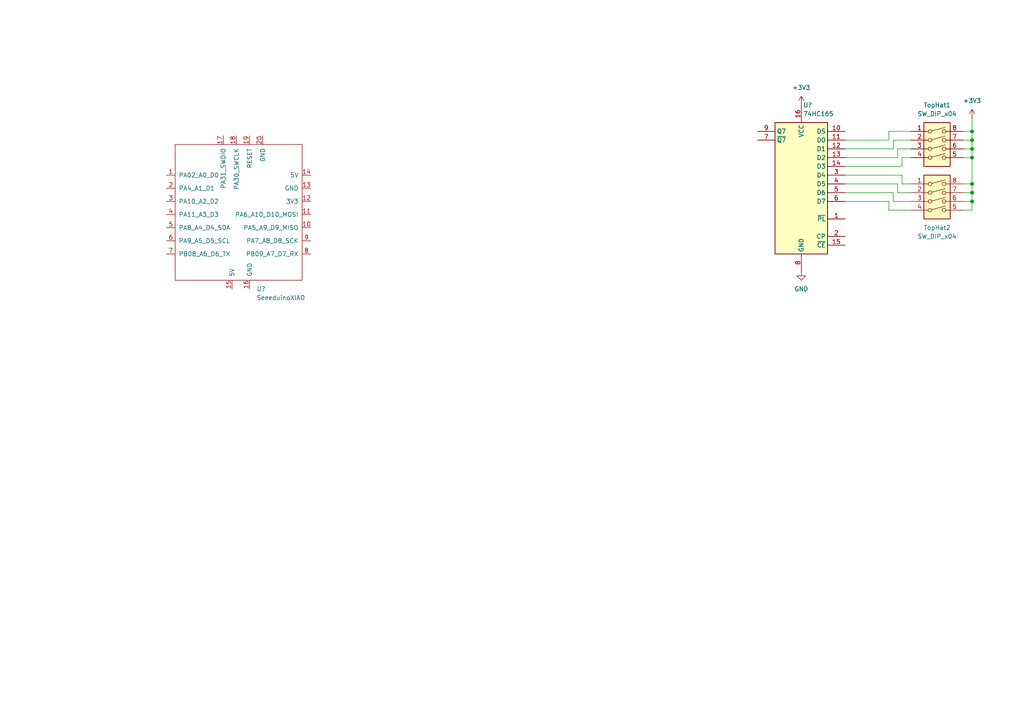
<source format=kicad_sch>
(kicad_sch (version 20211123) (generator eeschema)

  (uuid 13fd50f6-1d47-4741-8619-6c6f05880696)

  (paper "A4")

  (lib_symbols
    (symbol "74xx:74HC165" (in_bom yes) (on_board yes)
      (property "Reference" "U" (id 0) (at -7.62 19.05 0)
        (effects (font (size 1.27 1.27)))
      )
      (property "Value" "74HC165" (id 1) (at -7.62 -21.59 0)
        (effects (font (size 1.27 1.27)))
      )
      (property "Footprint" "" (id 2) (at 0 0 0)
        (effects (font (size 1.27 1.27)) hide)
      )
      (property "Datasheet" "https://assets.nexperia.com/documents/data-sheet/74HC_HCT165.pdf" (id 3) (at 0 0 0)
        (effects (font (size 1.27 1.27)) hide)
      )
      (property "ki_keywords" "8 bit shift register parallel load cmos" (id 4) (at 0 0 0)
        (effects (font (size 1.27 1.27)) hide)
      )
      (property "ki_description" "Shift Register, 8-bit, Parallel Load" (id 5) (at 0 0 0)
        (effects (font (size 1.27 1.27)) hide)
      )
      (property "ki_fp_filters" "DIP?16* SO*16*3.9x9.9mm*P1.27mm* SSOP*16*5.3x6.2mm*P0.65mm* TSSOP*16*4.4x5mm*P0.65*" (id 6) (at 0 0 0)
        (effects (font (size 1.27 1.27)) hide)
      )
      (symbol "74HC165_1_0"
        (pin input line (at -12.7 -10.16 0) (length 5.08)
          (name "~{PL}" (effects (font (size 1.27 1.27))))
          (number "1" (effects (font (size 1.27 1.27))))
        )
        (pin input line (at -12.7 15.24 0) (length 5.08)
          (name "DS" (effects (font (size 1.27 1.27))))
          (number "10" (effects (font (size 1.27 1.27))))
        )
        (pin input line (at -12.7 12.7 0) (length 5.08)
          (name "D0" (effects (font (size 1.27 1.27))))
          (number "11" (effects (font (size 1.27 1.27))))
        )
        (pin input line (at -12.7 10.16 0) (length 5.08)
          (name "D1" (effects (font (size 1.27 1.27))))
          (number "12" (effects (font (size 1.27 1.27))))
        )
        (pin input line (at -12.7 7.62 0) (length 5.08)
          (name "D2" (effects (font (size 1.27 1.27))))
          (number "13" (effects (font (size 1.27 1.27))))
        )
        (pin input line (at -12.7 5.08 0) (length 5.08)
          (name "D3" (effects (font (size 1.27 1.27))))
          (number "14" (effects (font (size 1.27 1.27))))
        )
        (pin input line (at -12.7 -17.78 0) (length 5.08)
          (name "~{CE}" (effects (font (size 1.27 1.27))))
          (number "15" (effects (font (size 1.27 1.27))))
        )
        (pin power_in line (at 0 22.86 270) (length 5.08)
          (name "VCC" (effects (font (size 1.27 1.27))))
          (number "16" (effects (font (size 1.27 1.27))))
        )
        (pin input line (at -12.7 -15.24 0) (length 5.08)
          (name "CP" (effects (font (size 1.27 1.27))))
          (number "2" (effects (font (size 1.27 1.27))))
        )
        (pin input line (at -12.7 2.54 0) (length 5.08)
          (name "D4" (effects (font (size 1.27 1.27))))
          (number "3" (effects (font (size 1.27 1.27))))
        )
        (pin input line (at -12.7 0 0) (length 5.08)
          (name "D5" (effects (font (size 1.27 1.27))))
          (number "4" (effects (font (size 1.27 1.27))))
        )
        (pin input line (at -12.7 -2.54 0) (length 5.08)
          (name "D6" (effects (font (size 1.27 1.27))))
          (number "5" (effects (font (size 1.27 1.27))))
        )
        (pin input line (at -12.7 -5.08 0) (length 5.08)
          (name "D7" (effects (font (size 1.27 1.27))))
          (number "6" (effects (font (size 1.27 1.27))))
        )
        (pin output line (at 12.7 12.7 180) (length 5.08)
          (name "~{Q7}" (effects (font (size 1.27 1.27))))
          (number "7" (effects (font (size 1.27 1.27))))
        )
        (pin power_in line (at 0 -25.4 90) (length 5.08)
          (name "GND" (effects (font (size 1.27 1.27))))
          (number "8" (effects (font (size 1.27 1.27))))
        )
        (pin output line (at 12.7 15.24 180) (length 5.08)
          (name "Q7" (effects (font (size 1.27 1.27))))
          (number "9" (effects (font (size 1.27 1.27))))
        )
      )
      (symbol "74HC165_1_1"
        (rectangle (start -7.62 17.78) (end 7.62 -20.32)
          (stroke (width 0.254) (type default) (color 0 0 0 0))
          (fill (type background))
        )
      )
    )
    (symbol "Seeeduino XIAO:SeeeduinoXIAO" (pin_names (offset 1.016)) (in_bom yes) (on_board yes)
      (property "Reference" "U" (id 0) (at -19.05 22.86 0)
        (effects (font (size 1.27 1.27)))
      )
      (property "Value" "SeeeduinoXIAO" (id 1) (at -12.7 21.59 0)
        (effects (font (size 1.27 1.27)))
      )
      (property "Footprint" "" (id 2) (at -8.89 5.08 0)
        (effects (font (size 1.27 1.27)) hide)
      )
      (property "Datasheet" "" (id 3) (at -8.89 5.08 0)
        (effects (font (size 1.27 1.27)) hide)
      )
      (symbol "SeeeduinoXIAO_0_1"
        (rectangle (start -19.05 20.32) (end 17.78 -19.05)
          (stroke (width 0) (type default) (color 0 0 0 0))
          (fill (type none))
        )
      )
      (symbol "SeeeduinoXIAO_1_1"
        (pin unspecified line (at -21.59 11.43 0) (length 2.54)
          (name "PA02_A0_D0" (effects (font (size 1.27 1.27))))
          (number "1" (effects (font (size 1.27 1.27))))
        )
        (pin unspecified line (at 20.32 -3.81 180) (length 2.54)
          (name "PA5_A9_D9_MISO" (effects (font (size 1.27 1.27))))
          (number "10" (effects (font (size 1.27 1.27))))
        )
        (pin unspecified line (at 20.32 0 180) (length 2.54)
          (name "PA6_A10_D10_MOSI" (effects (font (size 1.27 1.27))))
          (number "11" (effects (font (size 1.27 1.27))))
        )
        (pin unspecified line (at 20.32 3.81 180) (length 2.54)
          (name "3V3" (effects (font (size 1.27 1.27))))
          (number "12" (effects (font (size 1.27 1.27))))
        )
        (pin unspecified line (at 20.32 7.62 180) (length 2.54)
          (name "GND" (effects (font (size 1.27 1.27))))
          (number "13" (effects (font (size 1.27 1.27))))
        )
        (pin unspecified line (at 20.32 11.43 180) (length 2.54)
          (name "5V" (effects (font (size 1.27 1.27))))
          (number "14" (effects (font (size 1.27 1.27))))
        )
        (pin input line (at -2.54 -21.59 90) (length 2.54)
          (name "5V" (effects (font (size 1.27 1.27))))
          (number "15" (effects (font (size 1.27 1.27))))
        )
        (pin input line (at 2.54 -21.59 90) (length 2.54)
          (name "GND" (effects (font (size 1.27 1.27))))
          (number "16" (effects (font (size 1.27 1.27))))
        )
        (pin input line (at -5.08 22.86 270) (length 2.54)
          (name "PA31_SWDIO" (effects (font (size 1.27 1.27))))
          (number "17" (effects (font (size 1.27 1.27))))
        )
        (pin input line (at -1.27 22.86 270) (length 2.54)
          (name "PA30_SWCLK" (effects (font (size 1.27 1.27))))
          (number "18" (effects (font (size 1.27 1.27))))
        )
        (pin input line (at 2.54 22.86 270) (length 2.54)
          (name "RESET" (effects (font (size 1.27 1.27))))
          (number "19" (effects (font (size 1.27 1.27))))
        )
        (pin unspecified line (at -21.59 7.62 0) (length 2.54)
          (name "PA4_A1_D1" (effects (font (size 1.27 1.27))))
          (number "2" (effects (font (size 1.27 1.27))))
        )
        (pin input line (at 6.35 22.86 270) (length 2.54)
          (name "GND" (effects (font (size 1.27 1.27))))
          (number "20" (effects (font (size 1.27 1.27))))
        )
        (pin unspecified line (at -21.59 3.81 0) (length 2.54)
          (name "PA10_A2_D2" (effects (font (size 1.27 1.27))))
          (number "3" (effects (font (size 1.27 1.27))))
        )
        (pin unspecified line (at -21.59 0 0) (length 2.54)
          (name "PA11_A3_D3" (effects (font (size 1.27 1.27))))
          (number "4" (effects (font (size 1.27 1.27))))
        )
        (pin unspecified line (at -21.59 -3.81 0) (length 2.54)
          (name "PA8_A4_D4_SDA" (effects (font (size 1.27 1.27))))
          (number "5" (effects (font (size 1.27 1.27))))
        )
        (pin unspecified line (at -21.59 -7.62 0) (length 2.54)
          (name "PA9_A5_D5_SCL" (effects (font (size 1.27 1.27))))
          (number "6" (effects (font (size 1.27 1.27))))
        )
        (pin unspecified line (at -21.59 -11.43 0) (length 2.54)
          (name "PB08_A6_D6_TX" (effects (font (size 1.27 1.27))))
          (number "7" (effects (font (size 1.27 1.27))))
        )
        (pin unspecified line (at 20.32 -11.43 180) (length 2.54)
          (name "PB09_A7_D7_RX" (effects (font (size 1.27 1.27))))
          (number "8" (effects (font (size 1.27 1.27))))
        )
        (pin unspecified line (at 20.32 -7.62 180) (length 2.54)
          (name "PA7_A8_D8_SCK" (effects (font (size 1.27 1.27))))
          (number "9" (effects (font (size 1.27 1.27))))
        )
      )
    )
    (symbol "Switch:SW_DIP_x04" (pin_names (offset 0) hide) (in_bom yes) (on_board yes)
      (property "Reference" "SW" (id 0) (at 0 8.89 0)
        (effects (font (size 1.27 1.27)))
      )
      (property "Value" "SW_DIP_x04" (id 1) (at 0 -6.35 0)
        (effects (font (size 1.27 1.27)))
      )
      (property "Footprint" "" (id 2) (at 0 0 0)
        (effects (font (size 1.27 1.27)) hide)
      )
      (property "Datasheet" "~" (id 3) (at 0 0 0)
        (effects (font (size 1.27 1.27)) hide)
      )
      (property "ki_keywords" "dip switch" (id 4) (at 0 0 0)
        (effects (font (size 1.27 1.27)) hide)
      )
      (property "ki_description" "4x DIP Switch, Single Pole Single Throw (SPST) switch, small symbol" (id 5) (at 0 0 0)
        (effects (font (size 1.27 1.27)) hide)
      )
      (property "ki_fp_filters" "SW?DIP?x4*" (id 6) (at 0 0 0)
        (effects (font (size 1.27 1.27)) hide)
      )
      (symbol "SW_DIP_x04_0_0"
        (circle (center -2.032 -2.54) (radius 0.508)
          (stroke (width 0) (type default) (color 0 0 0 0))
          (fill (type none))
        )
        (circle (center -2.032 0) (radius 0.508)
          (stroke (width 0) (type default) (color 0 0 0 0))
          (fill (type none))
        )
        (circle (center -2.032 2.54) (radius 0.508)
          (stroke (width 0) (type default) (color 0 0 0 0))
          (fill (type none))
        )
        (circle (center -2.032 5.08) (radius 0.508)
          (stroke (width 0) (type default) (color 0 0 0 0))
          (fill (type none))
        )
        (polyline
          (pts
            (xy -1.524 -2.3876)
            (xy 2.3622 -1.3462)
          )
          (stroke (width 0) (type default) (color 0 0 0 0))
          (fill (type none))
        )
        (polyline
          (pts
            (xy -1.524 0.127)
            (xy 2.3622 1.1684)
          )
          (stroke (width 0) (type default) (color 0 0 0 0))
          (fill (type none))
        )
        (polyline
          (pts
            (xy -1.524 2.667)
            (xy 2.3622 3.7084)
          )
          (stroke (width 0) (type default) (color 0 0 0 0))
          (fill (type none))
        )
        (polyline
          (pts
            (xy -1.524 5.207)
            (xy 2.3622 6.2484)
          )
          (stroke (width 0) (type default) (color 0 0 0 0))
          (fill (type none))
        )
        (circle (center 2.032 -2.54) (radius 0.508)
          (stroke (width 0) (type default) (color 0 0 0 0))
          (fill (type none))
        )
        (circle (center 2.032 0) (radius 0.508)
          (stroke (width 0) (type default) (color 0 0 0 0))
          (fill (type none))
        )
        (circle (center 2.032 2.54) (radius 0.508)
          (stroke (width 0) (type default) (color 0 0 0 0))
          (fill (type none))
        )
        (circle (center 2.032 5.08) (radius 0.508)
          (stroke (width 0) (type default) (color 0 0 0 0))
          (fill (type none))
        )
      )
      (symbol "SW_DIP_x04_0_1"
        (rectangle (start -3.81 7.62) (end 3.81 -5.08)
          (stroke (width 0.254) (type default) (color 0 0 0 0))
          (fill (type background))
        )
      )
      (symbol "SW_DIP_x04_1_1"
        (pin passive line (at -7.62 5.08 0) (length 5.08)
          (name "~" (effects (font (size 1.27 1.27))))
          (number "1" (effects (font (size 1.27 1.27))))
        )
        (pin passive line (at -7.62 2.54 0) (length 5.08)
          (name "~" (effects (font (size 1.27 1.27))))
          (number "2" (effects (font (size 1.27 1.27))))
        )
        (pin passive line (at -7.62 0 0) (length 5.08)
          (name "~" (effects (font (size 1.27 1.27))))
          (number "3" (effects (font (size 1.27 1.27))))
        )
        (pin passive line (at -7.62 -2.54 0) (length 5.08)
          (name "~" (effects (font (size 1.27 1.27))))
          (number "4" (effects (font (size 1.27 1.27))))
        )
        (pin passive line (at 7.62 -2.54 180) (length 5.08)
          (name "~" (effects (font (size 1.27 1.27))))
          (number "5" (effects (font (size 1.27 1.27))))
        )
        (pin passive line (at 7.62 0 180) (length 5.08)
          (name "~" (effects (font (size 1.27 1.27))))
          (number "6" (effects (font (size 1.27 1.27))))
        )
        (pin passive line (at 7.62 2.54 180) (length 5.08)
          (name "~" (effects (font (size 1.27 1.27))))
          (number "7" (effects (font (size 1.27 1.27))))
        )
        (pin passive line (at 7.62 5.08 180) (length 5.08)
          (name "~" (effects (font (size 1.27 1.27))))
          (number "8" (effects (font (size 1.27 1.27))))
        )
      )
    )
    (symbol "power:+3.3V" (power) (pin_names (offset 0)) (in_bom yes) (on_board yes)
      (property "Reference" "#PWR" (id 0) (at 0 -3.81 0)
        (effects (font (size 1.27 1.27)) hide)
      )
      (property "Value" "+3.3V" (id 1) (at 0 3.556 0)
        (effects (font (size 1.27 1.27)))
      )
      (property "Footprint" "" (id 2) (at 0 0 0)
        (effects (font (size 1.27 1.27)) hide)
      )
      (property "Datasheet" "" (id 3) (at 0 0 0)
        (effects (font (size 1.27 1.27)) hide)
      )
      (property "ki_keywords" "power-flag" (id 4) (at 0 0 0)
        (effects (font (size 1.27 1.27)) hide)
      )
      (property "ki_description" "Power symbol creates a global label with name \"+3.3V\"" (id 5) (at 0 0 0)
        (effects (font (size 1.27 1.27)) hide)
      )
      (symbol "+3.3V_0_1"
        (polyline
          (pts
            (xy -0.762 1.27)
            (xy 0 2.54)
          )
          (stroke (width 0) (type default) (color 0 0 0 0))
          (fill (type none))
        )
        (polyline
          (pts
            (xy 0 0)
            (xy 0 2.54)
          )
          (stroke (width 0) (type default) (color 0 0 0 0))
          (fill (type none))
        )
        (polyline
          (pts
            (xy 0 2.54)
            (xy 0.762 1.27)
          )
          (stroke (width 0) (type default) (color 0 0 0 0))
          (fill (type none))
        )
      )
      (symbol "+3.3V_1_1"
        (pin power_in line (at 0 0 90) (length 0) hide
          (name "+3V3" (effects (font (size 1.27 1.27))))
          (number "1" (effects (font (size 1.27 1.27))))
        )
      )
    )
    (symbol "power:+3V3" (power) (pin_names (offset 0)) (in_bom yes) (on_board yes)
      (property "Reference" "#PWR" (id 0) (at 0 -3.81 0)
        (effects (font (size 1.27 1.27)) hide)
      )
      (property "Value" "+3V3" (id 1) (at 0 3.556 0)
        (effects (font (size 1.27 1.27)))
      )
      (property "Footprint" "" (id 2) (at 0 0 0)
        (effects (font (size 1.27 1.27)) hide)
      )
      (property "Datasheet" "" (id 3) (at 0 0 0)
        (effects (font (size 1.27 1.27)) hide)
      )
      (property "ki_keywords" "power-flag" (id 4) (at 0 0 0)
        (effects (font (size 1.27 1.27)) hide)
      )
      (property "ki_description" "Power symbol creates a global label with name \"+3V3\"" (id 5) (at 0 0 0)
        (effects (font (size 1.27 1.27)) hide)
      )
      (symbol "+3V3_0_1"
        (polyline
          (pts
            (xy -0.762 1.27)
            (xy 0 2.54)
          )
          (stroke (width 0) (type default) (color 0 0 0 0))
          (fill (type none))
        )
        (polyline
          (pts
            (xy 0 0)
            (xy 0 2.54)
          )
          (stroke (width 0) (type default) (color 0 0 0 0))
          (fill (type none))
        )
        (polyline
          (pts
            (xy 0 2.54)
            (xy 0.762 1.27)
          )
          (stroke (width 0) (type default) (color 0 0 0 0))
          (fill (type none))
        )
      )
      (symbol "+3V3_1_1"
        (pin power_in line (at 0 0 90) (length 0) hide
          (name "+3V3" (effects (font (size 1.27 1.27))))
          (number "1" (effects (font (size 1.27 1.27))))
        )
      )
    )
    (symbol "power:GND" (power) (pin_names (offset 0)) (in_bom yes) (on_board yes)
      (property "Reference" "#PWR" (id 0) (at 0 -6.35 0)
        (effects (font (size 1.27 1.27)) hide)
      )
      (property "Value" "GND" (id 1) (at 0 -3.81 0)
        (effects (font (size 1.27 1.27)))
      )
      (property "Footprint" "" (id 2) (at 0 0 0)
        (effects (font (size 1.27 1.27)) hide)
      )
      (property "Datasheet" "" (id 3) (at 0 0 0)
        (effects (font (size 1.27 1.27)) hide)
      )
      (property "ki_keywords" "power-flag" (id 4) (at 0 0 0)
        (effects (font (size 1.27 1.27)) hide)
      )
      (property "ki_description" "Power symbol creates a global label with name \"GND\" , ground" (id 5) (at 0 0 0)
        (effects (font (size 1.27 1.27)) hide)
      )
      (symbol "GND_0_1"
        (polyline
          (pts
            (xy 0 0)
            (xy 0 -1.27)
            (xy 1.27 -1.27)
            (xy 0 -2.54)
            (xy -1.27 -1.27)
            (xy 0 -1.27)
          )
          (stroke (width 0) (type default) (color 0 0 0 0))
          (fill (type none))
        )
      )
      (symbol "GND_1_1"
        (pin power_in line (at 0 0 270) (length 0) hide
          (name "GND" (effects (font (size 1.27 1.27))))
          (number "1" (effects (font (size 1.27 1.27))))
        )
      )
    )
  )

  (junction (at 281.94 55.88) (diameter 0) (color 0 0 0 0)
    (uuid 07ea39da-3a87-44ee-9600-ec61e9a6145e)
  )
  (junction (at 281.94 53.34) (diameter 0) (color 0 0 0 0)
    (uuid 0f914e04-f81b-4e29-99a8-eac3351cf0d5)
  )
  (junction (at 281.94 58.42) (diameter 0) (color 0 0 0 0)
    (uuid 12b52dbd-0c82-45ad-b29e-f423b773c4ff)
  )
  (junction (at 281.94 38.1) (diameter 0) (color 0 0 0 0)
    (uuid 1419ece9-5fc3-4cf7-a010-4c9c3afd1402)
  )
  (junction (at 281.94 45.72) (diameter 0) (color 0 0 0 0)
    (uuid 7f531986-747b-4b2d-b2fc-242dbde5924b)
  )
  (junction (at 281.94 40.64) (diameter 0) (color 0 0 0 0)
    (uuid 84eb1635-cafd-499d-a8ea-d34c24af77d9)
  )
  (junction (at 281.94 43.18) (diameter 0) (color 0 0 0 0)
    (uuid fcb76f26-c9d3-44a5-94c7-b677971807db)
  )

  (wire (pts (xy 257.81 38.1) (xy 257.81 40.64))
    (stroke (width 0) (type default) (color 0 0 0 0))
    (uuid 046e4b6c-c294-45b8-8d1b-ec95e2acc978)
  )
  (wire (pts (xy 279.4 43.18) (xy 281.94 43.18))
    (stroke (width 0) (type default) (color 0 0 0 0))
    (uuid 08e88e31-12bb-40cd-bb49-b26e832e80ed)
  )
  (wire (pts (xy 264.16 45.72) (xy 261.62 45.72))
    (stroke (width 0) (type default) (color 0 0 0 0))
    (uuid 099afe12-f66d-4b2f-ab1f-0f81b7d63ddb)
  )
  (wire (pts (xy 281.94 43.18) (xy 281.94 40.64))
    (stroke (width 0) (type default) (color 0 0 0 0))
    (uuid 0c9a0b90-0ea0-4e56-8025-b88157ca8626)
  )
  (wire (pts (xy 281.94 34.29) (xy 281.94 38.1))
    (stroke (width 0) (type default) (color 0 0 0 0))
    (uuid 14c61d6d-5714-4dd1-8d3f-7dad8fb98240)
  )
  (wire (pts (xy 279.4 55.88) (xy 281.94 55.88))
    (stroke (width 0) (type default) (color 0 0 0 0))
    (uuid 1e764a98-be36-4c46-a937-4b1f9581af75)
  )
  (wire (pts (xy 259.08 58.42) (xy 264.16 58.42))
    (stroke (width 0) (type default) (color 0 0 0 0))
    (uuid 223148bb-562e-4b96-83cc-82fc3208407e)
  )
  (wire (pts (xy 260.35 45.72) (xy 245.11 45.72))
    (stroke (width 0) (type default) (color 0 0 0 0))
    (uuid 2a92bb81-fd89-42ce-bf1f-59364db0f402)
  )
  (wire (pts (xy 281.94 45.72) (xy 281.94 43.18))
    (stroke (width 0) (type default) (color 0 0 0 0))
    (uuid 2c965158-907d-4942-9c66-7b60cddb9c1e)
  )
  (wire (pts (xy 264.16 38.1) (xy 257.81 38.1))
    (stroke (width 0) (type default) (color 0 0 0 0))
    (uuid 3f57ea75-bea9-4f51-ac90-cf4a764609e6)
  )
  (wire (pts (xy 281.94 38.1) (xy 279.4 38.1))
    (stroke (width 0) (type default) (color 0 0 0 0))
    (uuid 5e81874e-9b23-4c0d-a72e-53501a027f83)
  )
  (wire (pts (xy 245.11 55.88) (xy 259.08 55.88))
    (stroke (width 0) (type default) (color 0 0 0 0))
    (uuid 5f6a505f-bee1-4be5-9f03-28001fcb2255)
  )
  (wire (pts (xy 257.81 58.42) (xy 245.11 58.42))
    (stroke (width 0) (type default) (color 0 0 0 0))
    (uuid 60c515f6-c113-41d7-9895-42e07f238c13)
  )
  (wire (pts (xy 279.4 53.34) (xy 281.94 53.34))
    (stroke (width 0) (type default) (color 0 0 0 0))
    (uuid 646922e7-a786-458b-946e-fb9daf5d5806)
  )
  (wire (pts (xy 245.11 50.8) (xy 261.62 50.8))
    (stroke (width 0) (type default) (color 0 0 0 0))
    (uuid 66dbed57-dbc4-403b-8d3c-3cd2dcfa6dbb)
  )
  (wire (pts (xy 264.16 40.64) (xy 259.08 40.64))
    (stroke (width 0) (type default) (color 0 0 0 0))
    (uuid 6ba397c0-5627-4176-b1e0-7f2936a134b1)
  )
  (wire (pts (xy 261.62 50.8) (xy 261.62 53.34))
    (stroke (width 0) (type default) (color 0 0 0 0))
    (uuid 6bdc508b-9c68-4640-ae6e-6ebefd3540ac)
  )
  (wire (pts (xy 260.35 55.88) (xy 260.35 53.34))
    (stroke (width 0) (type default) (color 0 0 0 0))
    (uuid 76df6e86-5b71-43ad-afbc-05f8b18d915a)
  )
  (wire (pts (xy 245.11 40.64) (xy 257.81 40.64))
    (stroke (width 0) (type default) (color 0 0 0 0))
    (uuid 7af4dcfa-f0d2-4068-94b8-5ecfa310dc04)
  )
  (wire (pts (xy 279.4 58.42) (xy 281.94 58.42))
    (stroke (width 0) (type default) (color 0 0 0 0))
    (uuid 81b7de04-0c65-4a33-b29d-8b0a4cc884b4)
  )
  (wire (pts (xy 259.08 40.64) (xy 259.08 43.18))
    (stroke (width 0) (type default) (color 0 0 0 0))
    (uuid 8c84c248-22f2-4cf3-9fbe-5c5e65a26974)
  )
  (wire (pts (xy 281.94 58.42) (xy 281.94 55.88))
    (stroke (width 0) (type default) (color 0 0 0 0))
    (uuid 8e49131e-8e55-49a6-a587-658cddd62647)
  )
  (wire (pts (xy 261.62 53.34) (xy 264.16 53.34))
    (stroke (width 0) (type default) (color 0 0 0 0))
    (uuid 9a23f68c-2273-4ebf-af42-5eeb7bb56c80)
  )
  (wire (pts (xy 261.62 48.26) (xy 245.11 48.26))
    (stroke (width 0) (type default) (color 0 0 0 0))
    (uuid 9a4f1ad3-58d6-4330-81d1-fba24868f495)
  )
  (wire (pts (xy 281.94 60.96) (xy 281.94 58.42))
    (stroke (width 0) (type default) (color 0 0 0 0))
    (uuid 9b645572-1647-442a-9c71-b370a23b0ce8)
  )
  (wire (pts (xy 264.16 55.88) (xy 260.35 55.88))
    (stroke (width 0) (type default) (color 0 0 0 0))
    (uuid a0b9757b-4a2f-46e6-939e-6cc82f704299)
  )
  (wire (pts (xy 257.81 60.96) (xy 257.81 58.42))
    (stroke (width 0) (type default) (color 0 0 0 0))
    (uuid a95f0b9b-b565-4d3d-a98f-3a66e6c2ee30)
  )
  (wire (pts (xy 245.11 43.18) (xy 259.08 43.18))
    (stroke (width 0) (type default) (color 0 0 0 0))
    (uuid ab8fd071-4f39-4302-aa14-9b2248ff314e)
  )
  (wire (pts (xy 259.08 55.88) (xy 259.08 58.42))
    (stroke (width 0) (type default) (color 0 0 0 0))
    (uuid b56700d3-69c7-446d-b397-3619c0416d97)
  )
  (wire (pts (xy 281.94 40.64) (xy 281.94 38.1))
    (stroke (width 0) (type default) (color 0 0 0 0))
    (uuid b6bb5cc8-ccb8-4007-9663-c0b32f1dc28d)
  )
  (wire (pts (xy 264.16 60.96) (xy 257.81 60.96))
    (stroke (width 0) (type default) (color 0 0 0 0))
    (uuid b906852b-5c1a-4159-be6f-096e1efafb9d)
  )
  (wire (pts (xy 261.62 45.72) (xy 261.62 48.26))
    (stroke (width 0) (type default) (color 0 0 0 0))
    (uuid bd551324-6e7f-4f2e-9369-98c82a7b5138)
  )
  (wire (pts (xy 264.16 43.18) (xy 260.35 43.18))
    (stroke (width 0) (type default) (color 0 0 0 0))
    (uuid c7258c5f-e79a-4973-be99-2f7e9fed6e26)
  )
  (wire (pts (xy 281.94 53.34) (xy 281.94 45.72))
    (stroke (width 0) (type default) (color 0 0 0 0))
    (uuid c8c4b1cc-2333-4b7b-9269-414f867392d0)
  )
  (wire (pts (xy 279.4 45.72) (xy 281.94 45.72))
    (stroke (width 0) (type default) (color 0 0 0 0))
    (uuid d7f11ab8-7b18-4b8e-b764-7322493817c5)
  )
  (wire (pts (xy 279.4 40.64) (xy 281.94 40.64))
    (stroke (width 0) (type default) (color 0 0 0 0))
    (uuid dd0ea893-7950-468c-a397-b49e87fa1ad2)
  )
  (wire (pts (xy 281.94 55.88) (xy 281.94 53.34))
    (stroke (width 0) (type default) (color 0 0 0 0))
    (uuid e6fa520c-23f9-4618-b9cf-4426ca31b87e)
  )
  (wire (pts (xy 279.4 60.96) (xy 281.94 60.96))
    (stroke (width 0) (type default) (color 0 0 0 0))
    (uuid f7483d0a-6d44-41dd-ad12-e73413421723)
  )
  (wire (pts (xy 260.35 43.18) (xy 260.35 45.72))
    (stroke (width 0) (type default) (color 0 0 0 0))
    (uuid fe075a98-fc92-4f9e-b62a-e4d9f7d71eeb)
  )
  (wire (pts (xy 260.35 53.34) (xy 245.11 53.34))
    (stroke (width 0) (type default) (color 0 0 0 0))
    (uuid fee7f676-e400-4127-81ad-4fdd0403c36e)
  )

  (symbol (lib_id "power:GND") (at 232.41 78.74 0) (unit 1)
    (in_bom yes) (on_board yes) (fields_autoplaced)
    (uuid 02cdec48-9f11-42b4-b9d4-d45951f85c90)
    (property "Reference" "#PWR?" (id 0) (at 232.41 85.09 0)
      (effects (font (size 1.27 1.27)) hide)
    )
    (property "Value" "" (id 1) (at 232.41 83.82 0))
    (property "Footprint" "" (id 2) (at 232.41 78.74 0)
      (effects (font (size 1.27 1.27)) hide)
    )
    (property "Datasheet" "" (id 3) (at 232.41 78.74 0)
      (effects (font (size 1.27 1.27)) hide)
    )
    (pin "1" (uuid f94191aa-b8e5-4fa3-b2a6-8547a77b68f9))
  )

  (symbol (lib_id "Seeeduino XIAO:SeeeduinoXIAO") (at 69.85 62.23 0) (unit 1)
    (in_bom yes) (on_board yes) (fields_autoplaced)
    (uuid 1974bded-106a-40f8-bf55-c87c72d70439)
    (property "Reference" "U?" (id 0) (at 74.4094 83.82 0)
      (effects (font (size 1.27 1.27)) (justify left))
    )
    (property "Value" "" (id 1) (at 74.4094 86.36 0)
      (effects (font (size 1.27 1.27)) (justify left))
    )
    (property "Footprint" "" (id 2) (at 60.96 57.15 0)
      (effects (font (size 1.27 1.27)) hide)
    )
    (property "Datasheet" "" (id 3) (at 60.96 57.15 0)
      (effects (font (size 1.27 1.27)) hide)
    )
    (pin "1" (uuid 449c1022-c9a1-424e-a2e7-7fda84477457))
    (pin "10" (uuid b64ed1ac-eae2-4189-85ae-7beaf401ba68))
    (pin "11" (uuid 235e2ffd-35b6-47da-bbec-b7e4c12defc6))
    (pin "12" (uuid 99dbae44-7916-4ca2-81a7-f27c9f211efb))
    (pin "13" (uuid c610b888-8530-4470-b503-79d226f3f2b5))
    (pin "14" (uuid 35d479a9-8e08-44c2-b4c4-c8385a94b38d))
    (pin "15" (uuid 96d097f0-b584-4a72-94c7-a29f452b871d))
    (pin "16" (uuid 14c54f32-4843-46c8-abb3-b7c89ac9f6b4))
    (pin "17" (uuid 43903185-7f79-4a31-9222-349c533c386e))
    (pin "18" (uuid 5729f36b-3341-48f9-9f27-37a050e600e2))
    (pin "19" (uuid a99f8b58-8672-4c30-b9e6-5bccfd3defa6))
    (pin "2" (uuid 67c39bf7-1664-4acf-a507-76818a12d4fb))
    (pin "20" (uuid ffc18cd0-3bac-40a0-be38-2bfa95dda57c))
    (pin "3" (uuid 4b40a4b2-867c-4d8b-a3cd-2af83521f8e3))
    (pin "4" (uuid 6f4437f2-c78c-41b6-a536-2b003a830dee))
    (pin "5" (uuid c9a2c4f1-030e-4c61-a3bc-49f36817fc20))
    (pin "6" (uuid 5ced4acd-9e71-494b-bc9a-c3aaeb5b4316))
    (pin "7" (uuid bc47eaf8-8848-4ede-acb1-c2476275e2a0))
    (pin "8" (uuid 51e3e6de-65a5-4ce3-82f9-597367b66917))
    (pin "9" (uuid a166826b-09c1-4816-9242-0d24e7196580))
  )

  (symbol (lib_id "Switch:SW_DIP_x04") (at 271.78 58.42 0) (unit 1)
    (in_bom yes) (on_board yes) (fields_autoplaced)
    (uuid 3f6401d4-a33f-40f7-ad49-e2aaf457f31f)
    (property "Reference" "TopHat2" (id 0) (at 271.78 66.04 0))
    (property "Value" "" (id 1) (at 271.78 68.58 0))
    (property "Footprint" "" (id 2) (at 271.78 58.42 0)
      (effects (font (size 1.27 1.27)) hide)
    )
    (property "Datasheet" "~" (id 3) (at 271.78 58.42 0)
      (effects (font (size 1.27 1.27)) hide)
    )
    (pin "1" (uuid 8229b099-309a-4a13-be39-4bc5f8603d57))
    (pin "2" (uuid 29845be8-4103-462a-944b-96a73cf7432d))
    (pin "3" (uuid f47bc700-0889-42dc-981f-cdeb9492ae8e))
    (pin "4" (uuid 95b5e94b-0289-47ac-a9c3-c20dac7144d1))
    (pin "5" (uuid 493a5e82-3762-467e-978f-c9ed7797340d))
    (pin "6" (uuid 7d279e74-2fba-44e2-b9d1-182931d443bf))
    (pin "7" (uuid 6f69a6fb-3aab-469d-a9b3-9a91dfac1dea))
    (pin "8" (uuid 23bc4cc0-752b-492d-bda8-9318c1f92cdc))
  )

  (symbol (lib_id "power:+3.3V") (at 232.41 30.48 0) (unit 1)
    (in_bom yes) (on_board yes) (fields_autoplaced)
    (uuid 405644f5-2f05-4505-88f6-b5b4b329863b)
    (property "Reference" "#PWR?" (id 0) (at 232.41 34.29 0)
      (effects (font (size 1.27 1.27)) hide)
    )
    (property "Value" "" (id 1) (at 232.41 25.4 0))
    (property "Footprint" "" (id 2) (at 232.41 30.48 0)
      (effects (font (size 1.27 1.27)) hide)
    )
    (property "Datasheet" "" (id 3) (at 232.41 30.48 0)
      (effects (font (size 1.27 1.27)) hide)
    )
    (pin "1" (uuid 141e0733-e210-4f4c-bb35-d803aa40218a))
  )

  (symbol (lib_id "power:+3V3") (at 281.94 34.29 0) (unit 1)
    (in_bom yes) (on_board yes) (fields_autoplaced)
    (uuid 88310b3c-04f5-4d4d-add0-3534ac0a489c)
    (property "Reference" "#PWR?" (id 0) (at 281.94 38.1 0)
      (effects (font (size 1.27 1.27)) hide)
    )
    (property "Value" "" (id 1) (at 281.94 29.21 0))
    (property "Footprint" "" (id 2) (at 281.94 34.29 0)
      (effects (font (size 1.27 1.27)) hide)
    )
    (property "Datasheet" "" (id 3) (at 281.94 34.29 0)
      (effects (font (size 1.27 1.27)) hide)
    )
    (pin "1" (uuid 6c096cfc-7411-4b89-8d1a-a41a09e65dea))
  )

  (symbol (lib_id "74xx:74HC165") (at 232.41 53.34 0) (mirror y) (unit 1)
    (in_bom yes) (on_board yes) (fields_autoplaced)
    (uuid 8d615bff-c364-4ac4-b755-30ac7059ae96)
    (property "Reference" "U?" (id 0) (at 232.9306 30.48 0)
      (effects (font (size 1.27 1.27)) (justify right))
    )
    (property "Value" "" (id 1) (at 232.9306 33.02 0)
      (effects (font (size 1.27 1.27)) (justify right))
    )
    (property "Footprint" "" (id 2) (at 232.41 53.34 0)
      (effects (font (size 1.27 1.27)) hide)
    )
    (property "Datasheet" "https://assets.nexperia.com/documents/data-sheet/74HC_HCT165.pdf" (id 3) (at 232.41 53.34 0)
      (effects (font (size 1.27 1.27)) hide)
    )
    (pin "1" (uuid 311568a2-8abe-49e7-81f9-2310ec1698fd))
    (pin "10" (uuid 00feb49e-1b6f-4a0b-a371-40c3865b3261))
    (pin "11" (uuid a3caf806-295d-44e4-ae04-1e3edc4b356b))
    (pin "12" (uuid 5f64a16e-2fe5-47d5-8dff-c19bf4a8f810))
    (pin "13" (uuid 81057c28-999d-434b-ae9d-add61a243eb0))
    (pin "14" (uuid 671220e7-1a73-4284-8ad1-0b67e142d072))
    (pin "15" (uuid ffacbf3e-45de-453d-baae-f61e7f06e075))
    (pin "16" (uuid c3e8fe62-7b44-4ac0-94ee-205e54d619ed))
    (pin "2" (uuid 575af47a-d4e1-464d-b90e-ac0039639688))
    (pin "3" (uuid 5fec3e2f-1714-4ed6-8aed-e6883ff76e9b))
    (pin "4" (uuid 7755e69f-745a-47d4-b1ef-97d3ad20f50d))
    (pin "5" (uuid 810f40d6-faa7-4bb5-8549-293b0aca5290))
    (pin "6" (uuid 166fe3e2-9bd0-4db7-a543-5097987c58d1))
    (pin "7" (uuid 82f193f2-de4d-4344-b3a2-ca8b674fb441))
    (pin "8" (uuid ca48bdab-aab9-4643-90d9-d658294b25b9))
    (pin "9" (uuid aa8770c7-3070-4182-b44d-1f716efb3256))
  )

  (symbol (lib_id "Switch:SW_DIP_x04") (at 271.78 43.18 0) (unit 1)
    (in_bom yes) (on_board yes) (fields_autoplaced)
    (uuid e4321f01-de67-4baf-aa64-44b71099d228)
    (property "Reference" "TopHat1" (id 0) (at 271.78 30.48 0))
    (property "Value" "" (id 1) (at 271.78 33.02 0))
    (property "Footprint" "" (id 2) (at 271.78 43.18 0)
      (effects (font (size 1.27 1.27)) hide)
    )
    (property "Datasheet" "~" (id 3) (at 271.78 43.18 0)
      (effects (font (size 1.27 1.27)) hide)
    )
    (pin "1" (uuid 4d4f86ba-4682-41da-84ca-7e033a48557e))
    (pin "2" (uuid 9e764be1-4c15-4345-a4d1-2fa602b6c73c))
    (pin "3" (uuid 407ddb1a-ed0a-4272-899a-2665743662fe))
    (pin "4" (uuid d670b12d-5525-4277-bf45-442f2e2ecc9c))
    (pin "5" (uuid 3df318d4-c113-455b-b631-2720c0ef0863))
    (pin "6" (uuid 69333ab5-676e-4d89-97ef-b26f52e024a0))
    (pin "7" (uuid eec86a65-0217-4457-acbb-6e26933636a6))
    (pin "8" (uuid 084a5226-e585-474f-a290-eba990a85c64))
  )

  (sheet_instances
    (path "/" (page "1"))
  )

  (symbol_instances
    (path "/02cdec48-9f11-42b4-b9d4-d45951f85c90"
      (reference "#PWR?") (unit 1) (value "GND") (footprint "")
    )
    (path "/405644f5-2f05-4505-88f6-b5b4b329863b"
      (reference "#PWR?") (unit 1) (value "+3.3V") (footprint "")
    )
    (path "/88310b3c-04f5-4d4d-add0-3534ac0a489c"
      (reference "#PWR?") (unit 1) (value "+3V3") (footprint "")
    )
    (path "/e4321f01-de67-4baf-aa64-44b71099d228"
      (reference "TopHat1") (unit 1) (value "SW_DIP_x04") (footprint "")
    )
    (path "/3f6401d4-a33f-40f7-ad49-e2aaf457f31f"
      (reference "TopHat2") (unit 1) (value "SW_DIP_x04") (footprint "")
    )
    (path "/1974bded-106a-40f8-bf55-c87c72d70439"
      (reference "U?") (unit 1) (value "SeeeduinoXIAO") (footprint "")
    )
    (path "/8d615bff-c364-4ac4-b755-30ac7059ae96"
      (reference "U?") (unit 1) (value "74HC165") (footprint "")
    )
  )
)

</source>
